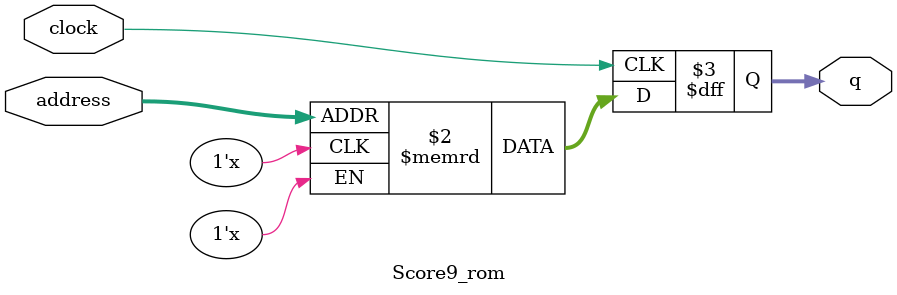
<source format=sv>
module Score9_rom (
	input logic clock,
	input logic [7:0] address,
	output logic [3:0] q
);

logic [3:0] memory [0:255] /* synthesis ram_init_file = "./Score9/Score9.mif" */;

always_ff @ (posedge clock) begin
	q <= memory[address];
end

endmodule

</source>
